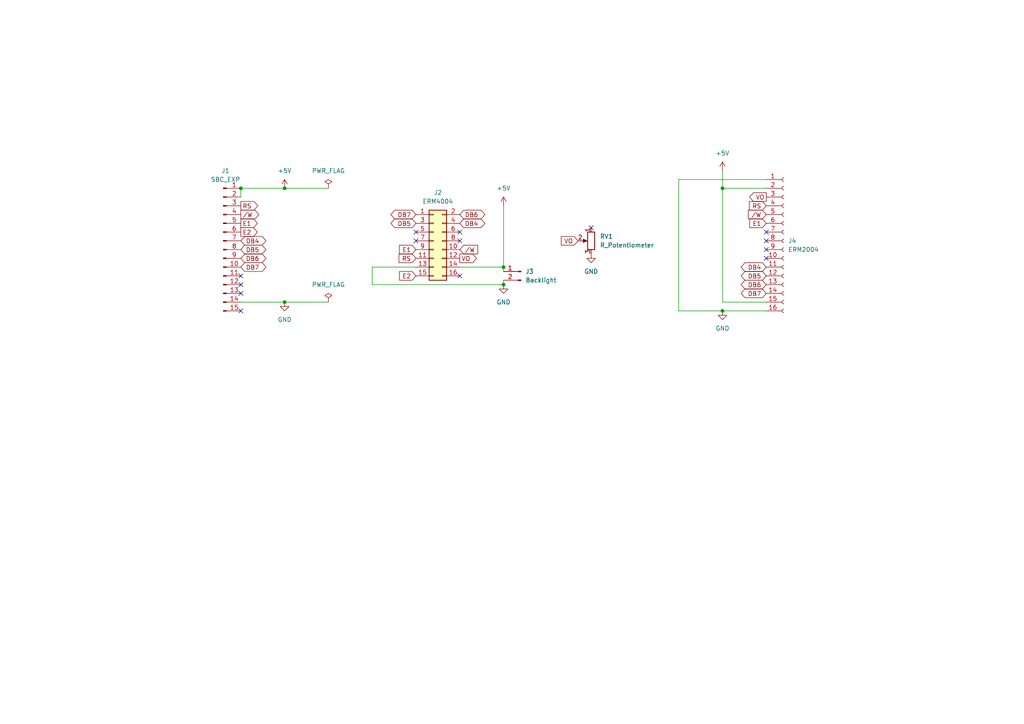
<source format=kicad_sch>
(kicad_sch (version 20211123) (generator eeschema)
  (paper "A4")
  (title_block (title "6502 SBC Expansion - ERM4004 / ERM2004 interposer") (date "2022-03-07") (rev "2.2"))
  (lib_symbols
    (symbol "Connector:Conn_01x02_Male" (pin_names (offset 1.016) hide)
      (property "Reference" "J" (at 0 2.54 0))
      (property "Value" "Conn_01x02_Male" (at 0 -5.08 0))
      (symbol "Conn_01x02_Male_1_1"
        (polyline (pts (xy 1.27 -2.54) (xy 0.8636 -2.54)) (stroke (width 0.1524)))
        (polyline (pts (xy 1.27 0) (xy 0.8636 0)) (stroke (width 0.1524)))
        (rectangle (start 0.8636 -2.413) (end 0 -2.667) (stroke (width 0.1524)) (fill (type outline)))
        (rectangle (start 0.8636 0.127) (end 0 -0.127) (stroke (width 0.1524)) (fill (type outline)))
        (pin passive line (at 5.08 0 180) (length 3.81) (name "Pin_1") (number "1"))
        (pin passive line (at 5.08 -2.54 180) (length 3.81) (name "Pin_2") (number "2"))
      )
    )
    (symbol "Connector:Conn_01x15_Male" (pin_names (offset 1.016) hide)
      (property "Reference" "J" (at 0 20.32 0))
      (property "Value" "Conn_01x15_Male" (at 0 -20.32 0))
      (symbol "Conn_01x15_Male_1_1"
        (polyline (pts (xy 1.27 -17.78) (xy 0.8636 -17.78)) (stroke (width 0.1524)))
        (polyline (pts (xy 1.27 -15.24) (xy 0.8636 -15.24)) (stroke (width 0.1524)))
        (polyline (pts (xy 1.27 -12.7) (xy 0.8636 -12.7)) (stroke (width 0.1524)))
        (polyline (pts (xy 1.27 -10.16) (xy 0.8636 -10.16)) (stroke (width 0.1524)))
        (polyline (pts (xy 1.27 -7.62) (xy 0.8636 -7.62)) (stroke (width 0.1524)))
        (polyline (pts (xy 1.27 -5.08) (xy 0.8636 -5.08)) (stroke (width 0.1524)))
        (polyline (pts (xy 1.27 -2.54) (xy 0.8636 -2.54)) (stroke (width 0.1524)))
        (polyline (pts (xy 1.27 0) (xy 0.8636 0)) (stroke (width 0.1524)))
        (polyline (pts (xy 1.27 2.54) (xy 0.8636 2.54)) (stroke (width 0.1524)))
        (polyline (pts (xy 1.27 5.08) (xy 0.8636 5.08)) (stroke (width 0.1524)))
        (polyline (pts (xy 1.27 7.62) (xy 0.8636 7.62)) (stroke (width 0.1524)))
        (polyline (pts (xy 1.27 10.16) (xy 0.8636 10.16)) (stroke (width 0.1524)))
        (polyline (pts (xy 1.27 12.7) (xy 0.8636 12.7)) (stroke (width 0.1524)))
        (polyline (pts (xy 1.27 15.24) (xy 0.8636 15.24)) (stroke (width 0.1524)))
        (polyline (pts (xy 1.27 17.78) (xy 0.8636 17.78)) (stroke (width 0.1524)))
        (rectangle (start 0.8636 -17.653) (end 0 -17.907) (stroke (width 0.1524)) (fill (type outline)))
        (rectangle (start 0.8636 -15.113) (end 0 -15.367) (stroke (width 0.1524)) (fill (type outline)))
        (rectangle (start 0.8636 -12.573) (end 0 -12.827) (stroke (width 0.1524)) (fill (type outline)))
        (rectangle (start 0.8636 -10.033) (end 0 -10.287) (stroke (width 0.1524)) (fill (type outline)))
        (rectangle (start 0.8636 -7.493) (end 0 -7.747) (stroke (width 0.1524)) (fill (type outline)))
        (rectangle (start 0.8636 -4.953) (end 0 -5.207) (stroke (width 0.1524)) (fill (type outline)))
        (rectangle (start 0.8636 -2.413) (end 0 -2.667) (stroke (width 0.1524)) (fill (type outline)))
        (rectangle (start 0.8636 0.127) (end 0 -0.127) (stroke (width 0.1524)) (fill (type outline)))
        (rectangle (start 0.8636 2.667) (end 0 2.413) (stroke (width 0.1524)) (fill (type outline)))
        (rectangle (start 0.8636 5.207) (end 0 4.953) (stroke (width 0.1524)) (fill (type outline)))
        (rectangle (start 0.8636 7.747) (end 0 7.493) (stroke (width 0.1524)) (fill (type outline)))
        (rectangle (start 0.8636 10.287) (end 0 10.033) (stroke (width 0.1524)) (fill (type outline)))
        (rectangle (start 0.8636 12.827) (end 0 12.573) (stroke (width 0.1524)) (fill (type outline)))
        (rectangle (start 0.8636 15.367) (end 0 15.113) (stroke (width 0.1524)) (fill (type outline)))
        (rectangle (start 0.8636 17.907) (end 0 17.653) (stroke (width 0.1524)) (fill (type outline)))
        (pin passive line (at 5.08 17.78 180) (length 3.81) (name "Pin_1") (number "1"))
        (pin passive line (at 5.08 -5.08 180) (length 3.81) (name "Pin_10") (number "10"))
        (pin passive line (at 5.08 -7.62 180) (length 3.81) (name "Pin_11") (number "11"))
        (pin passive line (at 5.08 -10.16 180) (length 3.81) (name "Pin_12") (number "12"))
        (pin passive line (at 5.08 -12.7 180) (length 3.81) (name "Pin_13") (number "13"))
        (pin passive line (at 5.08 -15.24 180) (length 3.81) (name "Pin_14") (number "14"))
        (pin passive line (at 5.08 -17.78 180) (length 3.81) (name "Pin_15") (number "15"))
        (pin passive line (at 5.08 15.24 180) (length 3.81) (name "Pin_2") (number "2"))
        (pin passive line (at 5.08 12.7 180) (length 3.81) (name "Pin_3") (number "3"))
        (pin passive line (at 5.08 10.16 180) (length 3.81) (name "Pin_4") (number "4"))
        (pin passive line (at 5.08 7.62 180) (length 3.81) (name "Pin_5") (number "5"))
        (pin passive line (at 5.08 5.08 180) (length 3.81) (name "Pin_6") (number "6"))
        (pin passive line (at 5.08 2.54 180) (length 3.81) (name "Pin_7") (number "7"))
        (pin passive line (at 5.08 0 180) (length 3.81) (name "Pin_8") (number "8"))
        (pin passive line (at 5.08 -2.54 180) (length 3.81) (name "Pin_9") (number "9"))
      )
    )
    (symbol "Connector:Conn_01x16_Female" (pin_names (offset 1.016) hide)
      (property "Reference" "J" (at 0 20.32 0))
      (property "Value" "Conn_01x16_Female" (at 0 -22.86 0))
      (symbol "Conn_01x16_Female_1_1"
        (arc (start 0 -19.812) (mid -0.508 -20.32) (end 0 -20.828) (stroke (width 0.1524)))
        (arc (start 0 -17.272) (mid -0.508 -17.78) (end 0 -18.288) (stroke (width 0.1524)))
        (arc (start 0 -14.732) (mid -0.508 -15.24) (end 0 -15.748) (stroke (width 0.1524)))
        (arc (start 0 -12.192) (mid -0.508 -12.7) (end 0 -13.208) (stroke (width 0.1524)))
        (arc (start 0 -9.652) (mid -0.508 -10.16) (end 0 -10.668) (stroke (width 0.1524)))
        (arc (start 0 -7.112) (mid -0.508 -7.62) (end 0 -8.128) (stroke (width 0.1524)))
        (arc (start 0 -4.572) (mid -0.508 -5.08) (end 0 -5.588) (stroke (width 0.1524)))
        (arc (start 0 -2.032) (mid -0.508 -2.54) (end 0 -3.048) (stroke (width 0.1524)))
        (polyline (pts (xy -1.27 -20.32) (xy -0.508 -20.32)) (stroke (width 0.1524)))
        (polyline (pts (xy -1.27 -17.78) (xy -0.508 -17.78)) (stroke (width 0.1524)))
        (polyline (pts (xy -1.27 -15.24) (xy -0.508 -15.24)) (stroke (width 0.1524)))
        (polyline (pts (xy -1.27 -12.7) (xy -0.508 -12.7)) (stroke (width 0.1524)))
        (polyline (pts (xy -1.27 -10.16) (xy -0.508 -10.16)) (stroke (width 0.1524)))
        (polyline (pts (xy -1.27 -7.62) (xy -0.508 -7.62)) (stroke (width 0.1524)))
        (polyline (pts (xy -1.27 -5.08) (xy -0.508 -5.08)) (stroke (width 0.1524)))
        (polyline (pts (xy -1.27 -2.54) (xy -0.508 -2.54)) (stroke (width 0.1524)))
        (polyline (pts (xy -1.27 0) (xy -0.508 0)) (stroke (width 0.1524)))
        (polyline (pts (xy -1.27 2.54) (xy -0.508 2.54)) (stroke (width 0.1524)))
        (polyline (pts (xy -1.27 5.08) (xy -0.508 5.08)) (stroke (width 0.1524)))
        (polyline (pts (xy -1.27 7.62) (xy -0.508 7.62)) (stroke (width 0.1524)))
        (polyline (pts (xy -1.27 10.16) (xy -0.508 10.16)) (stroke (width 0.1524)))
        (polyline (pts (xy -1.27 12.7) (xy -0.508 12.7)) (stroke (width 0.1524)))
        (polyline (pts (xy -1.27 15.24) (xy -0.508 15.24)) (stroke (width 0.1524)))
        (polyline (pts (xy -1.27 17.78) (xy -0.508 17.78)) (stroke (width 0.1524)))
        (arc (start 0 0.508) (mid -0.508 0) (end 0 -0.508) (stroke (width 0.1524)))
        (arc (start 0 3.048) (mid -0.508 2.54) (end 0 2.032) (stroke (width 0.1524)))
        (arc (start 0 5.588) (mid -0.508 5.08) (end 0 4.572) (stroke (width 0.1524)))
        (arc (start 0 8.128) (mid -0.508 7.62) (end 0 7.112) (stroke (width 0.1524)))
        (arc (start 0 10.668) (mid -0.508 10.16) (end 0 9.652) (stroke (width 0.1524)))
        (arc (start 0 13.208) (mid -0.508 12.7) (end 0 12.192) (stroke (width 0.1524)))
        (arc (start 0 15.748) (mid -0.508 15.24) (end 0 14.732) (stroke (width 0.1524)))
        (arc (start 0 18.288) (mid -0.508 17.78) (end 0 17.272) (stroke (width 0.1524)))
        (pin passive line (at -5.08 17.78 0) (length 3.81) (name "Pin_1") (number "1"))
        (pin passive line (at -5.08 -5.08 0) (length 3.81) (name "Pin_10") (number "10"))
        (pin passive line (at -5.08 -7.62 0) (length 3.81) (name "Pin_11") (number "11"))
        (pin passive line (at -5.08 -10.16 0) (length 3.81) (name "Pin_12") (number "12"))
        (pin passive line (at -5.08 -12.7 0) (length 3.81) (name "Pin_13") (number "13"))
        (pin passive line (at -5.08 -15.24 0) (length 3.81) (name "Pin_14") (number "14"))
        (pin passive line (at -5.08 -17.78 0) (length 3.81) (name "Pin_15") (number "15"))
        (pin passive line (at -5.08 -20.32 0) (length 3.81) (name "Pin_16") (number "16"))
        (pin passive line (at -5.08 15.24 0) (length 3.81) (name "Pin_2") (number "2"))
        (pin passive line (at -5.08 12.7 0) (length 3.81) (name "Pin_3") (number "3"))
        (pin passive line (at -5.08 10.16 0) (length 3.81) (name "Pin_4") (number "4"))
        (pin passive line (at -5.08 7.62 0) (length 3.81) (name "Pin_5") (number "5"))
        (pin passive line (at -5.08 5.08 0) (length 3.81) (name "Pin_6") (number "6"))
        (pin passive line (at -5.08 2.54 0) (length 3.81) (name "Pin_7") (number "7"))
        (pin passive line (at -5.08 0 0) (length 3.81) (name "Pin_8") (number "8"))
        (pin passive line (at -5.08 -2.54 0) (length 3.81) (name "Pin_9") (number "9"))
      )
    )
    (symbol "Connector_Generic:Conn_02x08_Odd_Even" (pin_names (offset 1.016) hide)
      (property "Reference" "J" (at 1.27 10.16 0))
      (property "Value" "Conn_02x08_Odd_Even" (at 1.27 -12.7 0))
      (symbol "Conn_02x08_Odd_Even_1_1"
        (rectangle (start -1.27 -10.033) (end 0 -10.287) (stroke (width 0.1524)))
        (rectangle (start -1.27 -7.493) (end 0 -7.747) (stroke (width 0.1524)))
        (rectangle (start -1.27 -4.953) (end 0 -5.207) (stroke (width 0.1524)))
        (rectangle (start -1.27 -2.413) (end 0 -2.667) (stroke (width 0.1524)))
        (rectangle (start -1.27 0.127) (end 0 -0.127) (stroke (width 0.1524)))
        (rectangle (start -1.27 2.667) (end 0 2.413) (stroke (width 0.1524)))
        (rectangle (start -1.27 5.207) (end 0 4.953) (stroke (width 0.1524)))
        (rectangle (start -1.27 7.747) (end 0 7.493) (stroke (width 0.1524)))
        (rectangle (start -1.27 8.89) (end 3.81 -11.43) (stroke (width 0.254)) (fill (type background)))
        (rectangle (start 3.81 -10.033) (end 2.54 -10.287) (stroke (width 0.1524)))
        (rectangle (start 3.81 -7.493) (end 2.54 -7.747) (stroke (width 0.1524)))
        (rectangle (start 3.81 -4.953) (end 2.54 -5.207) (stroke (width 0.1524)))
        (rectangle (start 3.81 -2.413) (end 2.54 -2.667) (stroke (width 0.1524)))
        (rectangle (start 3.81 0.127) (end 2.54 -0.127) (stroke (width 0.1524)))
        (rectangle (start 3.81 2.667) (end 2.54 2.413) (stroke (width 0.1524)))
        (rectangle (start 3.81 5.207) (end 2.54 4.953) (stroke (width 0.1524)))
        (rectangle (start 3.81 7.747) (end 2.54 7.493) (stroke (width 0.1524)))
        (pin passive line (at -5.08 7.62 0) (length 3.81) (name "Pin_1") (number "1"))
        (pin passive line (at 7.62 -2.54 180) (length 3.81) (name "Pin_10") (number "10"))
        (pin passive line (at -5.08 -5.08 0) (length 3.81) (name "Pin_11") (number "11"))
        (pin passive line (at 7.62 -5.08 180) (length 3.81) (name "Pin_12") (number "12"))
        (pin passive line (at -5.08 -7.62 0) (length 3.81) (name "Pin_13") (number "13"))
        (pin passive line (at 7.62 -7.62 180) (length 3.81) (name "Pin_14") (number "14"))
        (pin passive line (at -5.08 -10.16 0) (length 3.81) (name "Pin_15") (number "15"))
        (pin passive line (at 7.62 -10.16 180) (length 3.81) (name "Pin_16") (number "16"))
        (pin passive line (at 7.62 7.62 180) (length 3.81) (name "Pin_2") (number "2"))
        (pin passive line (at -5.08 5.08 0) (length 3.81) (name "Pin_3") (number "3"))
        (pin passive line (at 7.62 5.08 180) (length 3.81) (name "Pin_4") (number "4"))
        (pin passive line (at -5.08 2.54 0) (length 3.81) (name "Pin_5") (number "5"))
        (pin passive line (at 7.62 2.54 180) (length 3.81) (name "Pin_6") (number "6"))
        (pin passive line (at -5.08 0 0) (length 3.81) (name "Pin_7") (number "7"))
        (pin passive line (at 7.62 0 180) (length 3.81) (name "Pin_8") (number "8"))
        (pin passive line (at -5.08 -2.54 0) (length 3.81) (name "Pin_9") (number "9"))
      )
    )
    (symbol "Device:R_Potentiometer" (pin_names (offset 1.016) hide)
      (property "Reference" "RV" (at -4.445 0 90))
      (property "Value" "R_Potentiometer" (at -2.54 0 90))
      (symbol "R_Potentiometer_0_1"
        (polyline (pts (xy 2.54 0) (xy 1.524 0)))
        (polyline (pts (xy 1.143 0) (xy 2.286 0.508) (xy 2.286 -0.508) (xy 1.143 0)) (fill (type outline)))
        (rectangle (start 1.016 2.54) (end -1.016 -2.54) (stroke (width 0.254)))
      )
      (symbol "R_Potentiometer_1_1"
        (pin passive line (at 0 3.81 270) (length 1.27) (name "1") (number "1"))
        (pin passive line (at 3.81 0 180) (length 1.27) (name "2") (number "2"))
        (pin passive line (at 0 -3.81 90) (length 1.27) (name "3") (number "3"))
      )
    )
    (symbol "power:+5V" (power) (pin_names (offset 0))
      (property "Value" "+5V" (at 0 3.556 0))
      (symbol "+5V_0_1"
        (polyline (pts (xy -0.762 1.27) (xy 0 2.54)))
        (polyline (pts (xy 0 0) (xy 0 2.54)))
        (polyline (pts (xy 0 2.54) (xy 0.762 1.27)))
      )
      (symbol "+5V_1_1"
        (pin power_in line (at 0 0 90) (length 0) hide (name "+5V") (number "1"))
      )
    )
    (symbol "power:GND" (power) (pin_names (offset 0))
      (property "Value" "GND" (at 0 -3.81 0))
      (symbol "GND_0_1"
        (polyline (pts (xy 0 0) (xy 0 -1.27) (xy 1.27 -1.27) (xy 0 -2.54) (xy -1.27 -1.27) (xy 0 -1.27)))
      )
      (symbol "GND_1_1"
        (pin power_in line (at 0 0 270) (length 0) hide (name "GND") (number "1"))
      )
    )
    (symbol "power:PWR_FLAG" (power) (pin_numbers hide) (pin_names (offset 0) hide)
      (property "Value" "PWR_FLAG" (at 0 3.81 0))
      (symbol "PWR_FLAG_0_0"
        (pin power_out line (at 0 0 90) (length 0) (name "pwr") (number "1"))
      )
      (symbol "PWR_FLAG_0_1"
        (polyline (pts (xy 0 0) (xy 0 1.27) (xy -1.016 1.905) (xy 0 2.54) (xy 1.016 1.905) (xy 0 1.27)))
      )
    )
  )
  (junction (at 69.85 54.61))
  (junction (at 209.55 54.61))
  (junction (at 146.05 77.47))
  (junction (at 146.05 82.55))
  (junction (at 82.55 54.61))
  (junction (at 209.55 90.17))
  (junction (at 82.55 87.63))
  (no_connect (at 222.25 69.85))
  (no_connect (at 133.35 80.01))
  (no_connect (at 171.45 66.04))
  (no_connect (at 222.25 74.93))
  (no_connect (at 133.35 67.31))
  (no_connect (at 222.25 67.31))
  (no_connect (at 69.85 80.01))
  (no_connect (at 69.85 90.17))
  (no_connect (at 222.25 72.39))
  (no_connect (at 120.65 67.31))
  (no_connect (at 69.85 85.09))
  (no_connect (at 120.65 69.85))
  (no_connect (at 133.35 69.85))
  (no_connect (at 69.85 82.55))
  (wire (pts (xy 196.85 52.07) (xy 196.85 90.17)))
  (wire (pts (xy 69.85 54.61) (xy 82.55 54.61)))
  (wire (pts (xy 209.55 87.63) (xy 222.25 87.63)))
  (wire (pts (xy 107.95 82.55) (xy 146.05 82.55)))
  (wire (pts (xy 82.55 87.63) (xy 95.25 87.63)))
  (wire (pts (xy 146.05 81.28) (xy 146.05 82.55)))
  (wire (pts (xy 146.05 77.47) (xy 146.05 78.74)))
  (wire (pts (xy 209.55 54.61) (xy 222.25 54.61)))
  (wire (pts (xy 209.55 54.61) (xy 209.55 87.63)))
  (wire (pts (xy 82.55 54.61) (xy 95.25 54.61)))
  (wire (pts (xy 196.85 90.17) (xy 209.55 90.17)))
  (wire (pts (xy 209.55 90.17) (xy 222.25 90.17)))
  (wire (pts (xy 69.85 54.61) (xy 69.85 57.15)))
  (wire (pts (xy 107.95 77.47) (xy 120.65 77.47)))
  (wire (pts (xy 69.85 87.63) (xy 82.55 87.63)))
  (wire (pts (xy 196.85 52.07) (xy 222.25 52.07)))
  (wire (pts (xy 107.95 77.47) (xy 107.95 82.55)))
  (wire (pts (xy 133.35 77.47) (xy 146.05 77.47)))
  (wire (pts (xy 209.55 49.53) (xy 209.55 54.61)))
  (wire (pts (xy 146.05 59.69) (xy 146.05 77.47)))
  (global_label "DB7" (shape bidirectional) (at 120.65 62.23 180) (property "Intersheet References" "${INTERSHEET_REFS}" (effects hide)))
  (global_label "RS" (shape input) (at 120.65 74.93 180) (property "Intersheet References" "${INTERSHEET_REFS}" (effects hide)))
  (global_label "DB5" (shape bidirectional) (at 222.25 80.01 180) (property "Intersheet References" "${INTERSHEET_REFS}" (effects hide)))
  (global_label "DB4" (shape bidirectional) (at 133.35 64.77 0) (property "Intersheet References" "${INTERSHEET_REFS}" (effects hide)))
  (global_label "DB7" (shape bidirectional) (at 69.85 77.47 0) (property "Intersheet References" "${INTERSHEET_REFS}" (effects hide)))
  (global_label "DB7" (shape bidirectional) (at 222.25 85.09 180) (property "Intersheet References" "${INTERSHEET_REFS}" (effects hide)))
  (global_label "DB6" (shape bidirectional) (at 222.25 82.55 180) (property "Intersheet References" "${INTERSHEET_REFS}" (effects hide)))
  (global_label "VO" (shape input) (at 167.64 69.85 180) (property "Intersheet References" "${INTERSHEET_REFS}" (effects hide)))
  (global_label "VO" (shape output) (at 222.25 57.15 180) (property "Intersheet References" "${INTERSHEET_REFS}" (effects hide)))
  (global_label "DB5" (shape bidirectional) (at 69.85 72.39 0) (property "Intersheet References" "${INTERSHEET_REFS}" (effects hide)))
  (global_label "DB4" (shape bidirectional) (at 69.85 69.85 0) (property "Intersheet References" "${INTERSHEET_REFS}" (effects hide)))
  (global_label "VO" (shape output) (at 133.35 74.93 0) (property "Intersheet References" "${INTERSHEET_REFS}" (effects hide)))
  (global_label "E1" (shape input) (at 120.65 72.39 180) (property "Intersheet References" "${INTERSHEET_REFS}" (effects hide)))
  (global_label "DB6" (shape bidirectional) (at 133.35 62.23 0) (property "Intersheet References" "${INTERSHEET_REFS}" (effects hide)))
  (global_label "{slash}W" (shape input) (at 222.25 62.23 180) (property "Intersheet References" "${INTERSHEET_REFS}" (effects hide)))
  (global_label "RS" (shape output) (at 69.85 59.69 0) (property "Intersheet References" "${INTERSHEET_REFS}" (effects hide)))
  (global_label "E1" (shape input) (at 222.25 64.77 180) (property "Intersheet References" "${INTERSHEET_REFS}" (effects hide)))
  (global_label "DB6" (shape bidirectional) (at 69.85 74.93 0) (property "Intersheet References" "${INTERSHEET_REFS}" (effects hide)))
  (global_label "E2" (shape output) (at 69.85 67.31 0) (property "Intersheet References" "${INTERSHEET_REFS}" (effects hide)))
  (global_label "{slash}W" (shape input) (at 133.35 72.39 0) (property "Intersheet References" "${INTERSHEET_REFS}" (effects hide)))
  (global_label "DB5" (shape bidirectional) (at 120.65 64.77 180) (property "Intersheet References" "${INTERSHEET_REFS}" (effects hide)))
  (global_label "E1" (shape output) (at 69.85 64.77 0) (property "Intersheet References" "${INTERSHEET_REFS}" (effects hide)))
  (global_label "E2" (shape input) (at 120.65 80.01 180) (property "Intersheet References" "${INTERSHEET_REFS}" (effects hide)))
  (global_label "DB4" (shape bidirectional) (at 222.25 77.47 180) (property "Intersheet References" "${INTERSHEET_REFS}" (effects hide)))
  (global_label "{slash}W" (shape output) (at 69.85 62.23 0) (property "Intersheet References" "${INTERSHEET_REFS}" (effects hide)))
  (global_label "RS" (shape input) (at 222.25 59.69 180) (property "Intersheet References" "${INTERSHEET_REFS}" (effects hide)))
  (symbol (lib_id "power:GND") (at 146.05 82.55 0) (mirror y) (unit 1)
    (property "Reference" "#PWR0105" (effects hide))
    (property "Value" "GND" (at 146.05 87.63 0))
  )
  (symbol (lib_id "Connector_Generic:Conn_02x08_Odd_Even") (at 125.73 69.85 0) (unit 1)
    (property "Reference" "J2" (at 127 55.88 0))
    (property "Value" "ERM4004" (at 127 58.42 0))
    (property "Footprint" "Connector_IDC:IDC-Header_2x08_P2.54mm_Vertical" (effects hide))
  )
  (symbol (lib_id "power:PWR_FLAG") (at 95.25 54.61 0) (mirror y) (unit 1)
    (property "Reference" "#FLG0102" (effects hide))
    (property "Value" "PWR_FLAG" (at 95.25 49.53 0))
  )
  (symbol (lib_id "Connector:Conn_01x16_Female") (at 227.33 69.85 0) (unit 1)
    (property "Reference" "J4" (at 228.6 69.8499 0) (effects (justify left)))
    (property "Value" "ERM2004" (at 228.6 72.3899 0) (effects (justify left)))
    (property "Footprint" "Connector_PinSocket_2.54mm:PinSocket_1x16_P2.54mm_Vertical" (effects hide))
  )
  (symbol (lib_id "power:+5V") (at 82.55 54.61 0) (mirror y) (unit 1)
    (property "Reference" "#PWR0107" (effects hide))
    (property "Value" "+5V" (at 82.55 49.53 0))
  )
  (symbol (lib_id "power:PWR_FLAG") (at 95.25 87.63 0) (mirror y) (unit 1)
    (property "Reference" "#FLG0101" (effects hide))
    (property "Value" "PWR_FLAG" (at 95.25 82.55 0))
  )
  (symbol (lib_id "power:GND") (at 82.55 87.63 0) (unit 1)
    (property "Reference" "#PWR0106" (effects hide))
    (property "Value" "GND" (at 82.55 92.71 0))
  )
  (symbol (lib_id "power:+5V") (at 146.05 59.69 0) (unit 1)
    (property "Reference" "#PWR0104" (effects hide))
    (property "Value" "+5V" (at 146.05 54.61 0))
  )
  (symbol (lib_id "power:GND") (at 209.55 90.17 0) (mirror y) (unit 1)
    (property "Reference" "#PWR0101" (effects hide))
    (property "Value" "GND" (at 209.55 95.25 0))
  )
  (symbol (lib_id "power:+5V") (at 209.55 49.53 0) (unit 1)
    (property "Reference" "#PWR0103" (effects hide))
    (property "Value" "+5V" (at 209.55 44.45 0))
  )
  (symbol (lib_id "Connector:Conn_01x15_Male") (at 64.77 72.39 0) (unit 1)
    (property "Reference" "J1" (at 65.405 49.53 0))
    (property "Value" "SBC_EXP" (at 65.405 52.07 0))
    (property "Footprint" "Connector_PinHeader_2.54mm:PinHeader_1x15_P2.54mm_Vertical" (effects hide))
  )
  (symbol (lib_id "power:GND") (at 171.45 73.66 0) (mirror y) (unit 1)
    (property "Reference" "#PWR0102" (effects hide))
    (property "Value" "GND" (at 171.45 78.74 0))
  )
  (symbol (lib_id "Device:R_Potentiometer") (at 171.45 69.85 0) (mirror y) (unit 1)
    (property "Reference" "RV1" (at 173.99 68.5799 0) (effects (justify right)))
    (property "Value" "R_Potentiometer" (at 173.99 71.1199 0) (effects (justify right)))
    (property "Footprint" "Potentiometer_THT:Potentiometer_Vishay_T73XW_Horizontal" (effects hide))
  )
  (symbol (lib_id "Connector:Conn_01x02_Male") (at 151.13 78.74 0) (mirror y) (unit 1)
    (property "Reference" "J3" (at 152.4 78.7399 0) (effects (justify right)))
    (property "Value" "Backlight" (at 152.4 81.2799 0) (effects (justify right)))
    (property "Footprint" "Connector_PinHeader_2.54mm:PinHeader_1x02_P2.54mm_Horizontal" (effects hide))
  )
)
</source>
